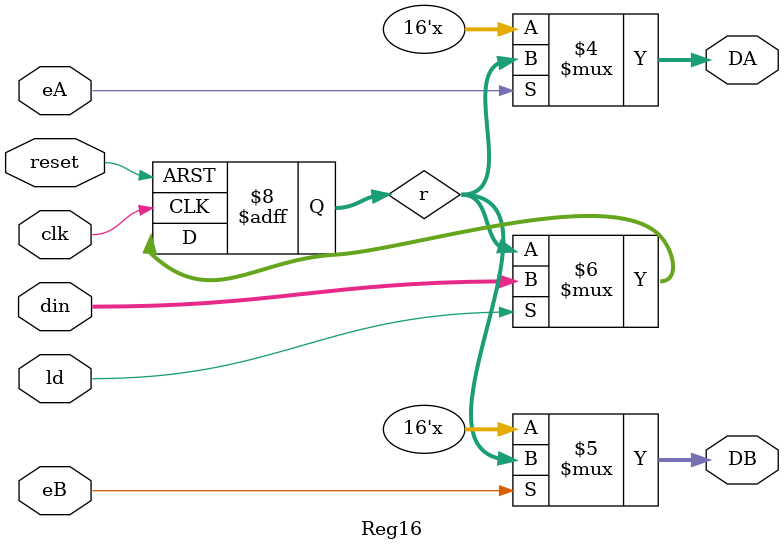
<source format=v>
`timescale 1ns / 1ps

module Reg16(clk,reset,ld,din,DA,DB,eA,eB); // this module is better
	input clk, reset, ld, eA, eB;
	input [15:0] din;
	output [15:0] DA, DB;
	reg [15:0] r;
	
	always @(posedge clk, posedge reset)
	begin
		if(reset == 1'b1)
		begin
			r <= 16'h0;
		end
		else
		begin
			if(ld == 1'b1)
			begin
				r <= din;
			end
		end
	end
				
	assign DA = eA ? r : 16'hz; // high impediance means no change
	assign DB = eB ? r : 16'hz;

endmodule

</source>
